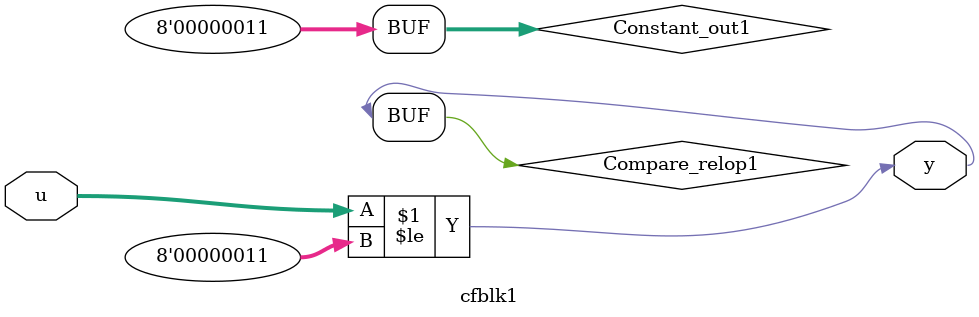
<source format=v>



`timescale 1 ns / 1 ns

module cfblk1
          (u,
           y);


  input   [7:0] u;  // uint8
  output  y;


  wire [7:0] Constant_out1;  // uint8
  wire Compare_relop1;


  assign Constant_out1 = 8'b00000011;



  assign Compare_relop1 = u <= Constant_out1;



  assign y = Compare_relop1;

endmodule  // cfblk1


</source>
